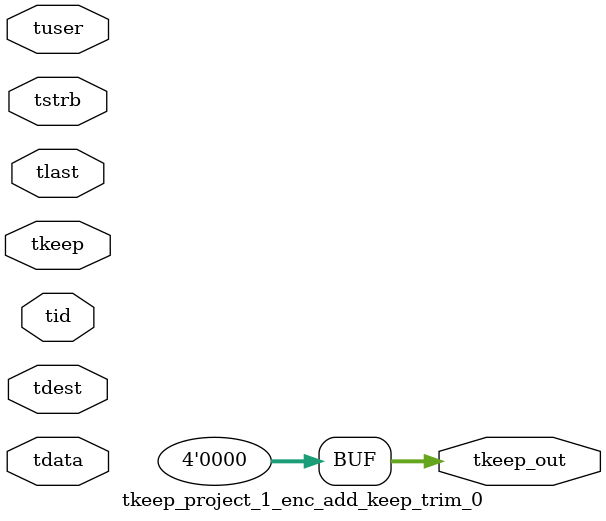
<source format=v>


`timescale 1ps/1ps

module tkeep_project_1_enc_add_keep_trim_0 #
(
parameter C_S_AXIS_TDATA_WIDTH = 32,
parameter C_S_AXIS_TUSER_WIDTH = 0,
parameter C_S_AXIS_TID_WIDTH   = 0,
parameter C_S_AXIS_TDEST_WIDTH = 0,
parameter C_M_AXIS_TDATA_WIDTH = 32
)
(
input  [(C_S_AXIS_TDATA_WIDTH == 0 ? 1 : C_S_AXIS_TDATA_WIDTH)-1:0     ] tdata,
input  [(C_S_AXIS_TUSER_WIDTH == 0 ? 1 : C_S_AXIS_TUSER_WIDTH)-1:0     ] tuser,
input  [(C_S_AXIS_TID_WIDTH   == 0 ? 1 : C_S_AXIS_TID_WIDTH)-1:0       ] tid,
input  [(C_S_AXIS_TDEST_WIDTH == 0 ? 1 : C_S_AXIS_TDEST_WIDTH)-1:0     ] tdest,
input  [(C_S_AXIS_TDATA_WIDTH/8)-1:0 ] tkeep,
input  [(C_S_AXIS_TDATA_WIDTH/8)-1:0 ] tstrb,
input                                                                    tlast,
output [(C_M_AXIS_TDATA_WIDTH/8)-1:0 ] tkeep_out
);

assign tkeep_out = {1'b0};

endmodule


</source>
